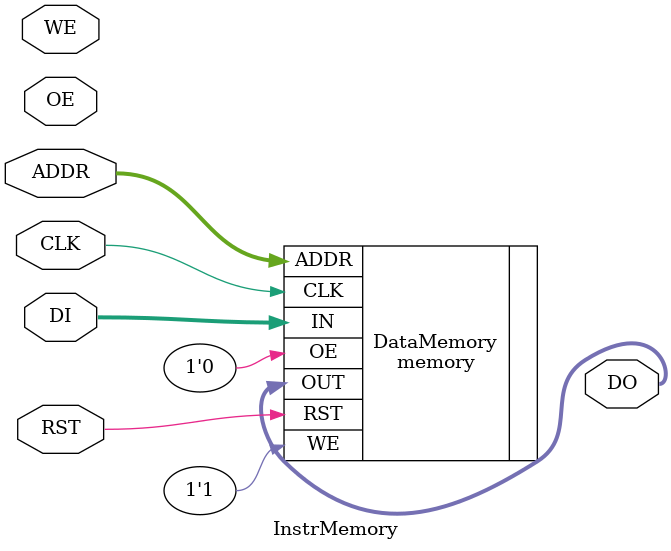
<source format=v>
module InstrMemory(DO, DI, ADDR, OE, WE, RST, CLK);
    
parameter DATAWIDTH = 16;
parameter ADDRBUS   = 20;

output reg [DATAWIDTH - 1: 0] DO;

input wire [DATAWIDTH - 1: 0] DI;
input wire [ADDRBUS   - 1: 0] ADDR;
input wire OE, WE, CLK, RST;
    
memory #(.DATAWIDTH(DATAWIDTH), .ADDRBUS(ADDRBUS)) DataMemory(
    .OUT(DO), .IN(DI),
     .ADDR(ADDR), .OE(1'b0),
      .WE(1'b1), .RST(RST),
       .CLK(CLK));
endmodule
</source>
